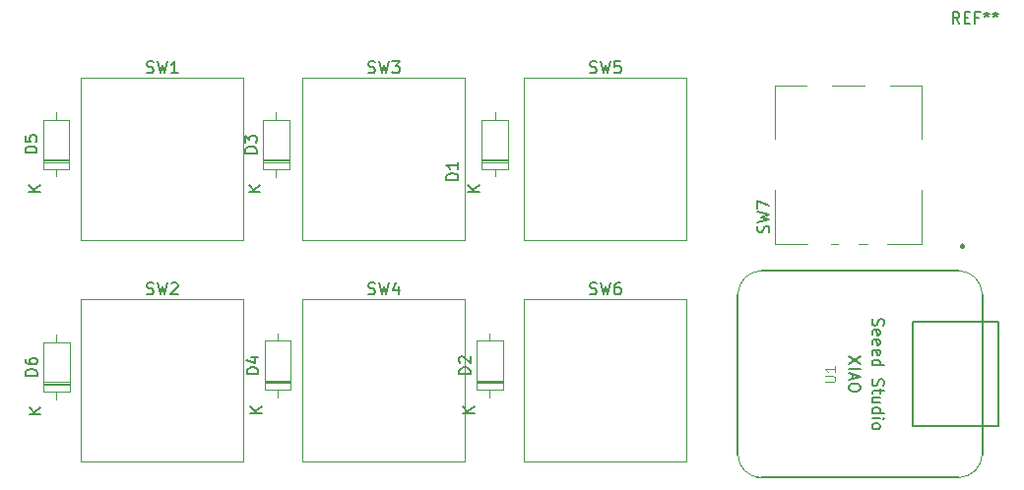
<source format=gbr>
%TF.GenerationSoftware,KiCad,Pcbnew,8.0.5*%
%TF.CreationDate,2024-10-23T20:01:10-04:00*%
%TF.ProjectId,HackPadCase,4861636b-5061-4644-9361-73652e6b6963,rev?*%
%TF.SameCoordinates,Original*%
%TF.FileFunction,Legend,Top*%
%TF.FilePolarity,Positive*%
%FSLAX46Y46*%
G04 Gerber Fmt 4.6, Leading zero omitted, Abs format (unit mm)*
G04 Created by KiCad (PCBNEW 8.0.5) date 2024-10-23 20:01:10*
%MOMM*%
%LPD*%
G01*
G04 APERTURE LIST*
%ADD10C,0.150000*%
%ADD11C,0.101600*%
%ADD12C,0.120000*%
%ADD13C,0.127000*%
%ADD14C,0.254000*%
%ADD15C,0.025400*%
G04 APERTURE END LIST*
D10*
X182822200Y-76968332D02*
X182869819Y-76825475D01*
X182869819Y-76825475D02*
X182869819Y-76587380D01*
X182869819Y-76587380D02*
X182822200Y-76492142D01*
X182822200Y-76492142D02*
X182774580Y-76444523D01*
X182774580Y-76444523D02*
X182679342Y-76396904D01*
X182679342Y-76396904D02*
X182584104Y-76396904D01*
X182584104Y-76396904D02*
X182488866Y-76444523D01*
X182488866Y-76444523D02*
X182441247Y-76492142D01*
X182441247Y-76492142D02*
X182393628Y-76587380D01*
X182393628Y-76587380D02*
X182346009Y-76777856D01*
X182346009Y-76777856D02*
X182298390Y-76873094D01*
X182298390Y-76873094D02*
X182250771Y-76920713D01*
X182250771Y-76920713D02*
X182155533Y-76968332D01*
X182155533Y-76968332D02*
X182060295Y-76968332D01*
X182060295Y-76968332D02*
X181965057Y-76920713D01*
X181965057Y-76920713D02*
X181917438Y-76873094D01*
X181917438Y-76873094D02*
X181869819Y-76777856D01*
X181869819Y-76777856D02*
X181869819Y-76539761D01*
X181869819Y-76539761D02*
X181917438Y-76396904D01*
X181869819Y-76063570D02*
X182869819Y-75825475D01*
X182869819Y-75825475D02*
X182155533Y-75634999D01*
X182155533Y-75634999D02*
X182869819Y-75444523D01*
X182869819Y-75444523D02*
X181869819Y-75206428D01*
X181869819Y-74920713D02*
X181869819Y-74254047D01*
X181869819Y-74254047D02*
X182869819Y-74682618D01*
X129356667Y-63193200D02*
X129499524Y-63240819D01*
X129499524Y-63240819D02*
X129737619Y-63240819D01*
X129737619Y-63240819D02*
X129832857Y-63193200D01*
X129832857Y-63193200D02*
X129880476Y-63145580D01*
X129880476Y-63145580D02*
X129928095Y-63050342D01*
X129928095Y-63050342D02*
X129928095Y-62955104D01*
X129928095Y-62955104D02*
X129880476Y-62859866D01*
X129880476Y-62859866D02*
X129832857Y-62812247D01*
X129832857Y-62812247D02*
X129737619Y-62764628D01*
X129737619Y-62764628D02*
X129547143Y-62717009D01*
X129547143Y-62717009D02*
X129451905Y-62669390D01*
X129451905Y-62669390D02*
X129404286Y-62621771D01*
X129404286Y-62621771D02*
X129356667Y-62526533D01*
X129356667Y-62526533D02*
X129356667Y-62431295D01*
X129356667Y-62431295D02*
X129404286Y-62336057D01*
X129404286Y-62336057D02*
X129451905Y-62288438D01*
X129451905Y-62288438D02*
X129547143Y-62240819D01*
X129547143Y-62240819D02*
X129785238Y-62240819D01*
X129785238Y-62240819D02*
X129928095Y-62288438D01*
X130261429Y-62240819D02*
X130499524Y-63240819D01*
X130499524Y-63240819D02*
X130690000Y-62526533D01*
X130690000Y-62526533D02*
X130880476Y-63240819D01*
X130880476Y-63240819D02*
X131118572Y-62240819D01*
X132023333Y-63240819D02*
X131451905Y-63240819D01*
X131737619Y-63240819D02*
X131737619Y-62240819D01*
X131737619Y-62240819D02*
X131642381Y-62383676D01*
X131642381Y-62383676D02*
X131547143Y-62478914D01*
X131547143Y-62478914D02*
X131451905Y-62526533D01*
X138799819Y-70143094D02*
X137799819Y-70143094D01*
X137799819Y-70143094D02*
X137799819Y-69904999D01*
X137799819Y-69904999D02*
X137847438Y-69762142D01*
X137847438Y-69762142D02*
X137942676Y-69666904D01*
X137942676Y-69666904D02*
X138037914Y-69619285D01*
X138037914Y-69619285D02*
X138228390Y-69571666D01*
X138228390Y-69571666D02*
X138371247Y-69571666D01*
X138371247Y-69571666D02*
X138561723Y-69619285D01*
X138561723Y-69619285D02*
X138656961Y-69666904D01*
X138656961Y-69666904D02*
X138752200Y-69762142D01*
X138752200Y-69762142D02*
X138799819Y-69904999D01*
X138799819Y-69904999D02*
X138799819Y-70143094D01*
X137799819Y-69238332D02*
X137799819Y-68619285D01*
X137799819Y-68619285D02*
X138180771Y-68952618D01*
X138180771Y-68952618D02*
X138180771Y-68809761D01*
X138180771Y-68809761D02*
X138228390Y-68714523D01*
X138228390Y-68714523D02*
X138276009Y-68666904D01*
X138276009Y-68666904D02*
X138371247Y-68619285D01*
X138371247Y-68619285D02*
X138609342Y-68619285D01*
X138609342Y-68619285D02*
X138704580Y-68666904D01*
X138704580Y-68666904D02*
X138752200Y-68714523D01*
X138752200Y-68714523D02*
X138799819Y-68809761D01*
X138799819Y-68809761D02*
X138799819Y-69095475D01*
X138799819Y-69095475D02*
X138752200Y-69190713D01*
X138752200Y-69190713D02*
X138704580Y-69238332D01*
X139119819Y-73476904D02*
X138119819Y-73476904D01*
X139119819Y-72905476D02*
X138548390Y-73334047D01*
X138119819Y-72905476D02*
X138691247Y-73476904D01*
X167456667Y-82243200D02*
X167599524Y-82290819D01*
X167599524Y-82290819D02*
X167837619Y-82290819D01*
X167837619Y-82290819D02*
X167932857Y-82243200D01*
X167932857Y-82243200D02*
X167980476Y-82195580D01*
X167980476Y-82195580D02*
X168028095Y-82100342D01*
X168028095Y-82100342D02*
X168028095Y-82005104D01*
X168028095Y-82005104D02*
X167980476Y-81909866D01*
X167980476Y-81909866D02*
X167932857Y-81862247D01*
X167932857Y-81862247D02*
X167837619Y-81814628D01*
X167837619Y-81814628D02*
X167647143Y-81767009D01*
X167647143Y-81767009D02*
X167551905Y-81719390D01*
X167551905Y-81719390D02*
X167504286Y-81671771D01*
X167504286Y-81671771D02*
X167456667Y-81576533D01*
X167456667Y-81576533D02*
X167456667Y-81481295D01*
X167456667Y-81481295D02*
X167504286Y-81386057D01*
X167504286Y-81386057D02*
X167551905Y-81338438D01*
X167551905Y-81338438D02*
X167647143Y-81290819D01*
X167647143Y-81290819D02*
X167885238Y-81290819D01*
X167885238Y-81290819D02*
X168028095Y-81338438D01*
X168361429Y-81290819D02*
X168599524Y-82290819D01*
X168599524Y-82290819D02*
X168790000Y-81576533D01*
X168790000Y-81576533D02*
X168980476Y-82290819D01*
X168980476Y-82290819D02*
X169218572Y-81290819D01*
X170028095Y-81290819D02*
X169837619Y-81290819D01*
X169837619Y-81290819D02*
X169742381Y-81338438D01*
X169742381Y-81338438D02*
X169694762Y-81386057D01*
X169694762Y-81386057D02*
X169599524Y-81528914D01*
X169599524Y-81528914D02*
X169551905Y-81719390D01*
X169551905Y-81719390D02*
X169551905Y-82100342D01*
X169551905Y-82100342D02*
X169599524Y-82195580D01*
X169599524Y-82195580D02*
X169647143Y-82243200D01*
X169647143Y-82243200D02*
X169742381Y-82290819D01*
X169742381Y-82290819D02*
X169932857Y-82290819D01*
X169932857Y-82290819D02*
X170028095Y-82243200D01*
X170028095Y-82243200D02*
X170075714Y-82195580D01*
X170075714Y-82195580D02*
X170123333Y-82100342D01*
X170123333Y-82100342D02*
X170123333Y-81862247D01*
X170123333Y-81862247D02*
X170075714Y-81767009D01*
X170075714Y-81767009D02*
X170028095Y-81719390D01*
X170028095Y-81719390D02*
X169932857Y-81671771D01*
X169932857Y-81671771D02*
X169742381Y-81671771D01*
X169742381Y-81671771D02*
X169647143Y-81719390D01*
X169647143Y-81719390D02*
X169599524Y-81767009D01*
X169599524Y-81767009D02*
X169551905Y-81862247D01*
X148406667Y-63193200D02*
X148549524Y-63240819D01*
X148549524Y-63240819D02*
X148787619Y-63240819D01*
X148787619Y-63240819D02*
X148882857Y-63193200D01*
X148882857Y-63193200D02*
X148930476Y-63145580D01*
X148930476Y-63145580D02*
X148978095Y-63050342D01*
X148978095Y-63050342D02*
X148978095Y-62955104D01*
X148978095Y-62955104D02*
X148930476Y-62859866D01*
X148930476Y-62859866D02*
X148882857Y-62812247D01*
X148882857Y-62812247D02*
X148787619Y-62764628D01*
X148787619Y-62764628D02*
X148597143Y-62717009D01*
X148597143Y-62717009D02*
X148501905Y-62669390D01*
X148501905Y-62669390D02*
X148454286Y-62621771D01*
X148454286Y-62621771D02*
X148406667Y-62526533D01*
X148406667Y-62526533D02*
X148406667Y-62431295D01*
X148406667Y-62431295D02*
X148454286Y-62336057D01*
X148454286Y-62336057D02*
X148501905Y-62288438D01*
X148501905Y-62288438D02*
X148597143Y-62240819D01*
X148597143Y-62240819D02*
X148835238Y-62240819D01*
X148835238Y-62240819D02*
X148978095Y-62288438D01*
X149311429Y-62240819D02*
X149549524Y-63240819D01*
X149549524Y-63240819D02*
X149740000Y-62526533D01*
X149740000Y-62526533D02*
X149930476Y-63240819D01*
X149930476Y-63240819D02*
X150168572Y-62240819D01*
X150454286Y-62240819D02*
X151073333Y-62240819D01*
X151073333Y-62240819D02*
X150740000Y-62621771D01*
X150740000Y-62621771D02*
X150882857Y-62621771D01*
X150882857Y-62621771D02*
X150978095Y-62669390D01*
X150978095Y-62669390D02*
X151025714Y-62717009D01*
X151025714Y-62717009D02*
X151073333Y-62812247D01*
X151073333Y-62812247D02*
X151073333Y-63050342D01*
X151073333Y-63050342D02*
X151025714Y-63145580D01*
X151025714Y-63145580D02*
X150978095Y-63193200D01*
X150978095Y-63193200D02*
X150882857Y-63240819D01*
X150882857Y-63240819D02*
X150597143Y-63240819D01*
X150597143Y-63240819D02*
X150501905Y-63193200D01*
X150501905Y-63193200D02*
X150454286Y-63145580D01*
X199231666Y-58989819D02*
X198898333Y-58513628D01*
X198660238Y-58989819D02*
X198660238Y-57989819D01*
X198660238Y-57989819D02*
X199041190Y-57989819D01*
X199041190Y-57989819D02*
X199136428Y-58037438D01*
X199136428Y-58037438D02*
X199184047Y-58085057D01*
X199184047Y-58085057D02*
X199231666Y-58180295D01*
X199231666Y-58180295D02*
X199231666Y-58323152D01*
X199231666Y-58323152D02*
X199184047Y-58418390D01*
X199184047Y-58418390D02*
X199136428Y-58466009D01*
X199136428Y-58466009D02*
X199041190Y-58513628D01*
X199041190Y-58513628D02*
X198660238Y-58513628D01*
X199660238Y-58466009D02*
X199993571Y-58466009D01*
X200136428Y-58989819D02*
X199660238Y-58989819D01*
X199660238Y-58989819D02*
X199660238Y-57989819D01*
X199660238Y-57989819D02*
X200136428Y-57989819D01*
X200898333Y-58466009D02*
X200565000Y-58466009D01*
X200565000Y-58989819D02*
X200565000Y-57989819D01*
X200565000Y-57989819D02*
X201041190Y-57989819D01*
X201565000Y-57989819D02*
X201565000Y-58227914D01*
X201326905Y-58132676D02*
X201565000Y-58227914D01*
X201565000Y-58227914D02*
X201803095Y-58132676D01*
X201422143Y-58418390D02*
X201565000Y-58227914D01*
X201565000Y-58227914D02*
X201707857Y-58418390D01*
X202326905Y-57989819D02*
X202326905Y-58227914D01*
X202088810Y-58132676D02*
X202326905Y-58227914D01*
X202326905Y-58227914D02*
X202565000Y-58132676D01*
X202184048Y-58418390D02*
X202326905Y-58227914D01*
X202326905Y-58227914D02*
X202469762Y-58418390D01*
D11*
X187661985Y-89837333D02*
X188381652Y-89837333D01*
X188381652Y-89837333D02*
X188466318Y-89795000D01*
X188466318Y-89795000D02*
X188508652Y-89752666D01*
X188508652Y-89752666D02*
X188550985Y-89668000D01*
X188550985Y-89668000D02*
X188550985Y-89498666D01*
X188550985Y-89498666D02*
X188508652Y-89414000D01*
X188508652Y-89414000D02*
X188466318Y-89371666D01*
X188466318Y-89371666D02*
X188381652Y-89329333D01*
X188381652Y-89329333D02*
X187661985Y-89329333D01*
X188550985Y-88440333D02*
X188550985Y-88948333D01*
X188550985Y-88694333D02*
X187661985Y-88694333D01*
X187661985Y-88694333D02*
X187788985Y-88779000D01*
X187788985Y-88779000D02*
X187873652Y-88863667D01*
X187873652Y-88863667D02*
X187915985Y-88948333D01*
D10*
X190730180Y-87636191D02*
X189730180Y-88302857D01*
X190730180Y-88302857D02*
X189730180Y-87636191D01*
X189730180Y-88683810D02*
X190730180Y-88683810D01*
X190015895Y-89112381D02*
X190015895Y-89588571D01*
X189730180Y-89017143D02*
X190730180Y-89350476D01*
X190730180Y-89350476D02*
X189730180Y-89683809D01*
X190730180Y-90207619D02*
X190730180Y-90398095D01*
X190730180Y-90398095D02*
X190682561Y-90493333D01*
X190682561Y-90493333D02*
X190587323Y-90588571D01*
X190587323Y-90588571D02*
X190396847Y-90636190D01*
X190396847Y-90636190D02*
X190063514Y-90636190D01*
X190063514Y-90636190D02*
X189873038Y-90588571D01*
X189873038Y-90588571D02*
X189777800Y-90493333D01*
X189777800Y-90493333D02*
X189730180Y-90398095D01*
X189730180Y-90398095D02*
X189730180Y-90207619D01*
X189730180Y-90207619D02*
X189777800Y-90112381D01*
X189777800Y-90112381D02*
X189873038Y-90017143D01*
X189873038Y-90017143D02*
X190063514Y-89969524D01*
X190063514Y-89969524D02*
X190396847Y-89969524D01*
X190396847Y-89969524D02*
X190587323Y-90017143D01*
X190587323Y-90017143D02*
X190682561Y-90112381D01*
X190682561Y-90112381D02*
X190730180Y-90207619D01*
X191777800Y-84398095D02*
X191730180Y-84540952D01*
X191730180Y-84540952D02*
X191730180Y-84779047D01*
X191730180Y-84779047D02*
X191777800Y-84874285D01*
X191777800Y-84874285D02*
X191825419Y-84921904D01*
X191825419Y-84921904D02*
X191920657Y-84969523D01*
X191920657Y-84969523D02*
X192015895Y-84969523D01*
X192015895Y-84969523D02*
X192111133Y-84921904D01*
X192111133Y-84921904D02*
X192158752Y-84874285D01*
X192158752Y-84874285D02*
X192206371Y-84779047D01*
X192206371Y-84779047D02*
X192253990Y-84588571D01*
X192253990Y-84588571D02*
X192301609Y-84493333D01*
X192301609Y-84493333D02*
X192349228Y-84445714D01*
X192349228Y-84445714D02*
X192444466Y-84398095D01*
X192444466Y-84398095D02*
X192539704Y-84398095D01*
X192539704Y-84398095D02*
X192634942Y-84445714D01*
X192634942Y-84445714D02*
X192682561Y-84493333D01*
X192682561Y-84493333D02*
X192730180Y-84588571D01*
X192730180Y-84588571D02*
X192730180Y-84826666D01*
X192730180Y-84826666D02*
X192682561Y-84969523D01*
X191777800Y-85779047D02*
X191730180Y-85683809D01*
X191730180Y-85683809D02*
X191730180Y-85493333D01*
X191730180Y-85493333D02*
X191777800Y-85398095D01*
X191777800Y-85398095D02*
X191873038Y-85350476D01*
X191873038Y-85350476D02*
X192253990Y-85350476D01*
X192253990Y-85350476D02*
X192349228Y-85398095D01*
X192349228Y-85398095D02*
X192396847Y-85493333D01*
X192396847Y-85493333D02*
X192396847Y-85683809D01*
X192396847Y-85683809D02*
X192349228Y-85779047D01*
X192349228Y-85779047D02*
X192253990Y-85826666D01*
X192253990Y-85826666D02*
X192158752Y-85826666D01*
X192158752Y-85826666D02*
X192063514Y-85350476D01*
X191777800Y-86636190D02*
X191730180Y-86540952D01*
X191730180Y-86540952D02*
X191730180Y-86350476D01*
X191730180Y-86350476D02*
X191777800Y-86255238D01*
X191777800Y-86255238D02*
X191873038Y-86207619D01*
X191873038Y-86207619D02*
X192253990Y-86207619D01*
X192253990Y-86207619D02*
X192349228Y-86255238D01*
X192349228Y-86255238D02*
X192396847Y-86350476D01*
X192396847Y-86350476D02*
X192396847Y-86540952D01*
X192396847Y-86540952D02*
X192349228Y-86636190D01*
X192349228Y-86636190D02*
X192253990Y-86683809D01*
X192253990Y-86683809D02*
X192158752Y-86683809D01*
X192158752Y-86683809D02*
X192063514Y-86207619D01*
X191777800Y-87493333D02*
X191730180Y-87398095D01*
X191730180Y-87398095D02*
X191730180Y-87207619D01*
X191730180Y-87207619D02*
X191777800Y-87112381D01*
X191777800Y-87112381D02*
X191873038Y-87064762D01*
X191873038Y-87064762D02*
X192253990Y-87064762D01*
X192253990Y-87064762D02*
X192349228Y-87112381D01*
X192349228Y-87112381D02*
X192396847Y-87207619D01*
X192396847Y-87207619D02*
X192396847Y-87398095D01*
X192396847Y-87398095D02*
X192349228Y-87493333D01*
X192349228Y-87493333D02*
X192253990Y-87540952D01*
X192253990Y-87540952D02*
X192158752Y-87540952D01*
X192158752Y-87540952D02*
X192063514Y-87064762D01*
X191730180Y-88398095D02*
X192730180Y-88398095D01*
X191777800Y-88398095D02*
X191730180Y-88302857D01*
X191730180Y-88302857D02*
X191730180Y-88112381D01*
X191730180Y-88112381D02*
X191777800Y-88017143D01*
X191777800Y-88017143D02*
X191825419Y-87969524D01*
X191825419Y-87969524D02*
X191920657Y-87921905D01*
X191920657Y-87921905D02*
X192206371Y-87921905D01*
X192206371Y-87921905D02*
X192301609Y-87969524D01*
X192301609Y-87969524D02*
X192349228Y-88017143D01*
X192349228Y-88017143D02*
X192396847Y-88112381D01*
X192396847Y-88112381D02*
X192396847Y-88302857D01*
X192396847Y-88302857D02*
X192349228Y-88398095D01*
X191777800Y-89588572D02*
X191730180Y-89731429D01*
X191730180Y-89731429D02*
X191730180Y-89969524D01*
X191730180Y-89969524D02*
X191777800Y-90064762D01*
X191777800Y-90064762D02*
X191825419Y-90112381D01*
X191825419Y-90112381D02*
X191920657Y-90160000D01*
X191920657Y-90160000D02*
X192015895Y-90160000D01*
X192015895Y-90160000D02*
X192111133Y-90112381D01*
X192111133Y-90112381D02*
X192158752Y-90064762D01*
X192158752Y-90064762D02*
X192206371Y-89969524D01*
X192206371Y-89969524D02*
X192253990Y-89779048D01*
X192253990Y-89779048D02*
X192301609Y-89683810D01*
X192301609Y-89683810D02*
X192349228Y-89636191D01*
X192349228Y-89636191D02*
X192444466Y-89588572D01*
X192444466Y-89588572D02*
X192539704Y-89588572D01*
X192539704Y-89588572D02*
X192634942Y-89636191D01*
X192634942Y-89636191D02*
X192682561Y-89683810D01*
X192682561Y-89683810D02*
X192730180Y-89779048D01*
X192730180Y-89779048D02*
X192730180Y-90017143D01*
X192730180Y-90017143D02*
X192682561Y-90160000D01*
X192396847Y-90445715D02*
X192396847Y-90826667D01*
X192730180Y-90588572D02*
X191873038Y-90588572D01*
X191873038Y-90588572D02*
X191777800Y-90636191D01*
X191777800Y-90636191D02*
X191730180Y-90731429D01*
X191730180Y-90731429D02*
X191730180Y-90826667D01*
X192396847Y-91588572D02*
X191730180Y-91588572D01*
X192396847Y-91160001D02*
X191873038Y-91160001D01*
X191873038Y-91160001D02*
X191777800Y-91207620D01*
X191777800Y-91207620D02*
X191730180Y-91302858D01*
X191730180Y-91302858D02*
X191730180Y-91445715D01*
X191730180Y-91445715D02*
X191777800Y-91540953D01*
X191777800Y-91540953D02*
X191825419Y-91588572D01*
X191730180Y-92493334D02*
X192730180Y-92493334D01*
X191777800Y-92493334D02*
X191730180Y-92398096D01*
X191730180Y-92398096D02*
X191730180Y-92207620D01*
X191730180Y-92207620D02*
X191777800Y-92112382D01*
X191777800Y-92112382D02*
X191825419Y-92064763D01*
X191825419Y-92064763D02*
X191920657Y-92017144D01*
X191920657Y-92017144D02*
X192206371Y-92017144D01*
X192206371Y-92017144D02*
X192301609Y-92064763D01*
X192301609Y-92064763D02*
X192349228Y-92112382D01*
X192349228Y-92112382D02*
X192396847Y-92207620D01*
X192396847Y-92207620D02*
X192396847Y-92398096D01*
X192396847Y-92398096D02*
X192349228Y-92493334D01*
X191730180Y-92969525D02*
X192396847Y-92969525D01*
X192730180Y-92969525D02*
X192682561Y-92921906D01*
X192682561Y-92921906D02*
X192634942Y-92969525D01*
X192634942Y-92969525D02*
X192682561Y-93017144D01*
X192682561Y-93017144D02*
X192730180Y-92969525D01*
X192730180Y-92969525D02*
X192634942Y-92969525D01*
X191730180Y-93588572D02*
X191777800Y-93493334D01*
X191777800Y-93493334D02*
X191825419Y-93445715D01*
X191825419Y-93445715D02*
X191920657Y-93398096D01*
X191920657Y-93398096D02*
X192206371Y-93398096D01*
X192206371Y-93398096D02*
X192301609Y-93445715D01*
X192301609Y-93445715D02*
X192349228Y-93493334D01*
X192349228Y-93493334D02*
X192396847Y-93588572D01*
X192396847Y-93588572D02*
X192396847Y-93731429D01*
X192396847Y-93731429D02*
X192349228Y-93826667D01*
X192349228Y-93826667D02*
X192301609Y-93874286D01*
X192301609Y-93874286D02*
X192206371Y-93921905D01*
X192206371Y-93921905D02*
X191920657Y-93921905D01*
X191920657Y-93921905D02*
X191825419Y-93874286D01*
X191825419Y-93874286D02*
X191777800Y-93826667D01*
X191777800Y-93826667D02*
X191730180Y-93731429D01*
X191730180Y-93731429D02*
X191730180Y-93588572D01*
X129356667Y-82243200D02*
X129499524Y-82290819D01*
X129499524Y-82290819D02*
X129737619Y-82290819D01*
X129737619Y-82290819D02*
X129832857Y-82243200D01*
X129832857Y-82243200D02*
X129880476Y-82195580D01*
X129880476Y-82195580D02*
X129928095Y-82100342D01*
X129928095Y-82100342D02*
X129928095Y-82005104D01*
X129928095Y-82005104D02*
X129880476Y-81909866D01*
X129880476Y-81909866D02*
X129832857Y-81862247D01*
X129832857Y-81862247D02*
X129737619Y-81814628D01*
X129737619Y-81814628D02*
X129547143Y-81767009D01*
X129547143Y-81767009D02*
X129451905Y-81719390D01*
X129451905Y-81719390D02*
X129404286Y-81671771D01*
X129404286Y-81671771D02*
X129356667Y-81576533D01*
X129356667Y-81576533D02*
X129356667Y-81481295D01*
X129356667Y-81481295D02*
X129404286Y-81386057D01*
X129404286Y-81386057D02*
X129451905Y-81338438D01*
X129451905Y-81338438D02*
X129547143Y-81290819D01*
X129547143Y-81290819D02*
X129785238Y-81290819D01*
X129785238Y-81290819D02*
X129928095Y-81338438D01*
X130261429Y-81290819D02*
X130499524Y-82290819D01*
X130499524Y-82290819D02*
X130690000Y-81576533D01*
X130690000Y-81576533D02*
X130880476Y-82290819D01*
X130880476Y-82290819D02*
X131118572Y-81290819D01*
X131451905Y-81386057D02*
X131499524Y-81338438D01*
X131499524Y-81338438D02*
X131594762Y-81290819D01*
X131594762Y-81290819D02*
X131832857Y-81290819D01*
X131832857Y-81290819D02*
X131928095Y-81338438D01*
X131928095Y-81338438D02*
X131975714Y-81386057D01*
X131975714Y-81386057D02*
X132023333Y-81481295D01*
X132023333Y-81481295D02*
X132023333Y-81576533D01*
X132023333Y-81576533D02*
X131975714Y-81719390D01*
X131975714Y-81719390D02*
X131404286Y-82290819D01*
X131404286Y-82290819D02*
X132023333Y-82290819D01*
X157179819Y-89153094D02*
X156179819Y-89153094D01*
X156179819Y-89153094D02*
X156179819Y-88914999D01*
X156179819Y-88914999D02*
X156227438Y-88772142D01*
X156227438Y-88772142D02*
X156322676Y-88676904D01*
X156322676Y-88676904D02*
X156417914Y-88629285D01*
X156417914Y-88629285D02*
X156608390Y-88581666D01*
X156608390Y-88581666D02*
X156751247Y-88581666D01*
X156751247Y-88581666D02*
X156941723Y-88629285D01*
X156941723Y-88629285D02*
X157036961Y-88676904D01*
X157036961Y-88676904D02*
X157132200Y-88772142D01*
X157132200Y-88772142D02*
X157179819Y-88914999D01*
X157179819Y-88914999D02*
X157179819Y-89153094D01*
X156275057Y-88200713D02*
X156227438Y-88153094D01*
X156227438Y-88153094D02*
X156179819Y-88057856D01*
X156179819Y-88057856D02*
X156179819Y-87819761D01*
X156179819Y-87819761D02*
X156227438Y-87724523D01*
X156227438Y-87724523D02*
X156275057Y-87676904D01*
X156275057Y-87676904D02*
X156370295Y-87629285D01*
X156370295Y-87629285D02*
X156465533Y-87629285D01*
X156465533Y-87629285D02*
X156608390Y-87676904D01*
X156608390Y-87676904D02*
X157179819Y-88248332D01*
X157179819Y-88248332D02*
X157179819Y-87629285D01*
X157499819Y-92486904D02*
X156499819Y-92486904D01*
X157499819Y-91915476D02*
X156928390Y-92344047D01*
X156499819Y-91915476D02*
X157071247Y-92486904D01*
X167456667Y-63193200D02*
X167599524Y-63240819D01*
X167599524Y-63240819D02*
X167837619Y-63240819D01*
X167837619Y-63240819D02*
X167932857Y-63193200D01*
X167932857Y-63193200D02*
X167980476Y-63145580D01*
X167980476Y-63145580D02*
X168028095Y-63050342D01*
X168028095Y-63050342D02*
X168028095Y-62955104D01*
X168028095Y-62955104D02*
X167980476Y-62859866D01*
X167980476Y-62859866D02*
X167932857Y-62812247D01*
X167932857Y-62812247D02*
X167837619Y-62764628D01*
X167837619Y-62764628D02*
X167647143Y-62717009D01*
X167647143Y-62717009D02*
X167551905Y-62669390D01*
X167551905Y-62669390D02*
X167504286Y-62621771D01*
X167504286Y-62621771D02*
X167456667Y-62526533D01*
X167456667Y-62526533D02*
X167456667Y-62431295D01*
X167456667Y-62431295D02*
X167504286Y-62336057D01*
X167504286Y-62336057D02*
X167551905Y-62288438D01*
X167551905Y-62288438D02*
X167647143Y-62240819D01*
X167647143Y-62240819D02*
X167885238Y-62240819D01*
X167885238Y-62240819D02*
X168028095Y-62288438D01*
X168361429Y-62240819D02*
X168599524Y-63240819D01*
X168599524Y-63240819D02*
X168790000Y-62526533D01*
X168790000Y-62526533D02*
X168980476Y-63240819D01*
X168980476Y-63240819D02*
X169218572Y-62240819D01*
X170075714Y-62240819D02*
X169599524Y-62240819D01*
X169599524Y-62240819D02*
X169551905Y-62717009D01*
X169551905Y-62717009D02*
X169599524Y-62669390D01*
X169599524Y-62669390D02*
X169694762Y-62621771D01*
X169694762Y-62621771D02*
X169932857Y-62621771D01*
X169932857Y-62621771D02*
X170028095Y-62669390D01*
X170028095Y-62669390D02*
X170075714Y-62717009D01*
X170075714Y-62717009D02*
X170123333Y-62812247D01*
X170123333Y-62812247D02*
X170123333Y-63050342D01*
X170123333Y-63050342D02*
X170075714Y-63145580D01*
X170075714Y-63145580D02*
X170028095Y-63193200D01*
X170028095Y-63193200D02*
X169932857Y-63240819D01*
X169932857Y-63240819D02*
X169694762Y-63240819D01*
X169694762Y-63240819D02*
X169599524Y-63193200D01*
X169599524Y-63193200D02*
X169551905Y-63145580D01*
X119919819Y-89283094D02*
X118919819Y-89283094D01*
X118919819Y-89283094D02*
X118919819Y-89044999D01*
X118919819Y-89044999D02*
X118967438Y-88902142D01*
X118967438Y-88902142D02*
X119062676Y-88806904D01*
X119062676Y-88806904D02*
X119157914Y-88759285D01*
X119157914Y-88759285D02*
X119348390Y-88711666D01*
X119348390Y-88711666D02*
X119491247Y-88711666D01*
X119491247Y-88711666D02*
X119681723Y-88759285D01*
X119681723Y-88759285D02*
X119776961Y-88806904D01*
X119776961Y-88806904D02*
X119872200Y-88902142D01*
X119872200Y-88902142D02*
X119919819Y-89044999D01*
X119919819Y-89044999D02*
X119919819Y-89283094D01*
X118919819Y-87854523D02*
X118919819Y-88044999D01*
X118919819Y-88044999D02*
X118967438Y-88140237D01*
X118967438Y-88140237D02*
X119015057Y-88187856D01*
X119015057Y-88187856D02*
X119157914Y-88283094D01*
X119157914Y-88283094D02*
X119348390Y-88330713D01*
X119348390Y-88330713D02*
X119729342Y-88330713D01*
X119729342Y-88330713D02*
X119824580Y-88283094D01*
X119824580Y-88283094D02*
X119872200Y-88235475D01*
X119872200Y-88235475D02*
X119919819Y-88140237D01*
X119919819Y-88140237D02*
X119919819Y-87949761D01*
X119919819Y-87949761D02*
X119872200Y-87854523D01*
X119872200Y-87854523D02*
X119824580Y-87806904D01*
X119824580Y-87806904D02*
X119729342Y-87759285D01*
X119729342Y-87759285D02*
X119491247Y-87759285D01*
X119491247Y-87759285D02*
X119396009Y-87806904D01*
X119396009Y-87806904D02*
X119348390Y-87854523D01*
X119348390Y-87854523D02*
X119300771Y-87949761D01*
X119300771Y-87949761D02*
X119300771Y-88140237D01*
X119300771Y-88140237D02*
X119348390Y-88235475D01*
X119348390Y-88235475D02*
X119396009Y-88283094D01*
X119396009Y-88283094D02*
X119491247Y-88330713D01*
X120239819Y-92616904D02*
X119239819Y-92616904D01*
X120239819Y-92045476D02*
X119668390Y-92474047D01*
X119239819Y-92045476D02*
X119811247Y-92616904D01*
X156119819Y-72438094D02*
X155119819Y-72438094D01*
X155119819Y-72438094D02*
X155119819Y-72199999D01*
X155119819Y-72199999D02*
X155167438Y-72057142D01*
X155167438Y-72057142D02*
X155262676Y-71961904D01*
X155262676Y-71961904D02*
X155357914Y-71914285D01*
X155357914Y-71914285D02*
X155548390Y-71866666D01*
X155548390Y-71866666D02*
X155691247Y-71866666D01*
X155691247Y-71866666D02*
X155881723Y-71914285D01*
X155881723Y-71914285D02*
X155976961Y-71961904D01*
X155976961Y-71961904D02*
X156072200Y-72057142D01*
X156072200Y-72057142D02*
X156119819Y-72199999D01*
X156119819Y-72199999D02*
X156119819Y-72438094D01*
X156119819Y-70914285D02*
X156119819Y-71485713D01*
X156119819Y-71199999D02*
X155119819Y-71199999D01*
X155119819Y-71199999D02*
X155262676Y-71295237D01*
X155262676Y-71295237D02*
X155357914Y-71390475D01*
X155357914Y-71390475D02*
X155405533Y-71485713D01*
X157929819Y-73446904D02*
X156929819Y-73446904D01*
X157929819Y-72875476D02*
X157358390Y-73304047D01*
X156929819Y-72875476D02*
X157501247Y-73446904D01*
X148406667Y-82243200D02*
X148549524Y-82290819D01*
X148549524Y-82290819D02*
X148787619Y-82290819D01*
X148787619Y-82290819D02*
X148882857Y-82243200D01*
X148882857Y-82243200D02*
X148930476Y-82195580D01*
X148930476Y-82195580D02*
X148978095Y-82100342D01*
X148978095Y-82100342D02*
X148978095Y-82005104D01*
X148978095Y-82005104D02*
X148930476Y-81909866D01*
X148930476Y-81909866D02*
X148882857Y-81862247D01*
X148882857Y-81862247D02*
X148787619Y-81814628D01*
X148787619Y-81814628D02*
X148597143Y-81767009D01*
X148597143Y-81767009D02*
X148501905Y-81719390D01*
X148501905Y-81719390D02*
X148454286Y-81671771D01*
X148454286Y-81671771D02*
X148406667Y-81576533D01*
X148406667Y-81576533D02*
X148406667Y-81481295D01*
X148406667Y-81481295D02*
X148454286Y-81386057D01*
X148454286Y-81386057D02*
X148501905Y-81338438D01*
X148501905Y-81338438D02*
X148597143Y-81290819D01*
X148597143Y-81290819D02*
X148835238Y-81290819D01*
X148835238Y-81290819D02*
X148978095Y-81338438D01*
X149311429Y-81290819D02*
X149549524Y-82290819D01*
X149549524Y-82290819D02*
X149740000Y-81576533D01*
X149740000Y-81576533D02*
X149930476Y-82290819D01*
X149930476Y-82290819D02*
X150168572Y-81290819D01*
X150978095Y-81624152D02*
X150978095Y-82290819D01*
X150740000Y-81243200D02*
X150501905Y-81957485D01*
X150501905Y-81957485D02*
X151120952Y-81957485D01*
X138949819Y-89153094D02*
X137949819Y-89153094D01*
X137949819Y-89153094D02*
X137949819Y-88914999D01*
X137949819Y-88914999D02*
X137997438Y-88772142D01*
X137997438Y-88772142D02*
X138092676Y-88676904D01*
X138092676Y-88676904D02*
X138187914Y-88629285D01*
X138187914Y-88629285D02*
X138378390Y-88581666D01*
X138378390Y-88581666D02*
X138521247Y-88581666D01*
X138521247Y-88581666D02*
X138711723Y-88629285D01*
X138711723Y-88629285D02*
X138806961Y-88676904D01*
X138806961Y-88676904D02*
X138902200Y-88772142D01*
X138902200Y-88772142D02*
X138949819Y-88914999D01*
X138949819Y-88914999D02*
X138949819Y-89153094D01*
X138283152Y-87724523D02*
X138949819Y-87724523D01*
X137902200Y-87962618D02*
X138616485Y-88200713D01*
X138616485Y-88200713D02*
X138616485Y-87581666D01*
X139269819Y-92486904D02*
X138269819Y-92486904D01*
X139269819Y-91915476D02*
X138698390Y-92344047D01*
X138269819Y-91915476D02*
X138841247Y-92486904D01*
X119899819Y-70123094D02*
X118899819Y-70123094D01*
X118899819Y-70123094D02*
X118899819Y-69884999D01*
X118899819Y-69884999D02*
X118947438Y-69742142D01*
X118947438Y-69742142D02*
X119042676Y-69646904D01*
X119042676Y-69646904D02*
X119137914Y-69599285D01*
X119137914Y-69599285D02*
X119328390Y-69551666D01*
X119328390Y-69551666D02*
X119471247Y-69551666D01*
X119471247Y-69551666D02*
X119661723Y-69599285D01*
X119661723Y-69599285D02*
X119756961Y-69646904D01*
X119756961Y-69646904D02*
X119852200Y-69742142D01*
X119852200Y-69742142D02*
X119899819Y-69884999D01*
X119899819Y-69884999D02*
X119899819Y-70123094D01*
X118899819Y-68646904D02*
X118899819Y-69123094D01*
X118899819Y-69123094D02*
X119376009Y-69170713D01*
X119376009Y-69170713D02*
X119328390Y-69123094D01*
X119328390Y-69123094D02*
X119280771Y-69027856D01*
X119280771Y-69027856D02*
X119280771Y-68789761D01*
X119280771Y-68789761D02*
X119328390Y-68694523D01*
X119328390Y-68694523D02*
X119376009Y-68646904D01*
X119376009Y-68646904D02*
X119471247Y-68599285D01*
X119471247Y-68599285D02*
X119709342Y-68599285D01*
X119709342Y-68599285D02*
X119804580Y-68646904D01*
X119804580Y-68646904D02*
X119852200Y-68694523D01*
X119852200Y-68694523D02*
X119899819Y-68789761D01*
X119899819Y-68789761D02*
X119899819Y-69027856D01*
X119899819Y-69027856D02*
X119852200Y-69123094D01*
X119852200Y-69123094D02*
X119804580Y-69170713D01*
X120219819Y-73456904D02*
X119219819Y-73456904D01*
X120219819Y-72885476D02*
X119648390Y-73314047D01*
X119219819Y-72885476D02*
X119791247Y-73456904D01*
D12*
%TO.C,SW7*%
X183355000Y-77945000D02*
X183355000Y-73335000D01*
X186115000Y-77945000D02*
X183355000Y-77945000D01*
X188215000Y-77945000D02*
X188815000Y-77945000D01*
X190515000Y-77945000D02*
X191315000Y-77945000D01*
X193015000Y-77945000D02*
X195975000Y-77945000D01*
X195975000Y-73335000D02*
X195975000Y-77945000D01*
X183365000Y-68935000D02*
X183365000Y-64325000D01*
X183365000Y-64325000D02*
X186065000Y-64325000D01*
X188265000Y-64325000D02*
X191065000Y-64325000D01*
X193265000Y-64325000D02*
X195975000Y-64325000D01*
X195975000Y-64325000D02*
X195975000Y-68935000D01*
%TO.C,SW1*%
X137675000Y-77645000D02*
X123705000Y-77645000D01*
X137675000Y-63675000D02*
X137675000Y-77645000D01*
X123705000Y-77645000D02*
X123705000Y-63675000D01*
X123705000Y-63675000D02*
X137675000Y-63675000D01*
%TO.C,D3*%
X139345000Y-67285000D02*
X139345000Y-71525000D01*
X139345000Y-70685000D02*
X141585000Y-70685000D01*
X139345000Y-70805000D02*
X141585000Y-70805000D01*
X139345000Y-70925000D02*
X141585000Y-70925000D01*
X139345000Y-71525000D02*
X141585000Y-71525000D01*
X140465000Y-66635000D02*
X140465000Y-67285000D01*
X140465000Y-72175000D02*
X140465000Y-71525000D01*
X141585000Y-67285000D02*
X139345000Y-67285000D01*
X141585000Y-71525000D02*
X141585000Y-67285000D01*
%TO.C,SW6*%
X175775000Y-96695000D02*
X161805000Y-96695000D01*
X175775000Y-82725000D02*
X175775000Y-96695000D01*
X161805000Y-96695000D02*
X161805000Y-82725000D01*
X161805000Y-82725000D02*
X175775000Y-82725000D01*
%TO.C,SW3*%
X156725000Y-77645000D02*
X142755000Y-77645000D01*
X156725000Y-63675000D02*
X156725000Y-77645000D01*
X142755000Y-77645000D02*
X142755000Y-63675000D01*
X142755000Y-63675000D02*
X156725000Y-63675000D01*
D13*
%TO.C,U1*%
X180185000Y-82260000D02*
X180185000Y-96060000D01*
X182185000Y-98060000D02*
X199185000Y-98060000D01*
X195255730Y-84660000D02*
X202609030Y-84660000D01*
X195255730Y-93660000D02*
X195255730Y-84660000D01*
X199185000Y-80260000D02*
X182185000Y-80260000D01*
X201184090Y-96060000D02*
X201184090Y-82260000D01*
X202609030Y-84660000D02*
X202609030Y-93660000D01*
X202609030Y-93660000D02*
X195255730Y-93660000D01*
D12*
X180185000Y-82260000D02*
G75*
G02*
X182185000Y-80260000I2044857J-44857D01*
G01*
X182185000Y-98060000D02*
G75*
G02*
X180185000Y-96060000I0J2000000D01*
G01*
X199185000Y-80260000D02*
G75*
G02*
X201185000Y-82260000I-44612J-2044612D01*
G01*
X201185000Y-96060000D02*
G75*
G02*
X199185000Y-98060000I-2044600J44600D01*
G01*
D14*
X199612000Y-78160000D02*
G75*
G02*
X199358000Y-78160000I-127000J0D01*
G01*
X199358000Y-78160000D02*
G75*
G02*
X199612000Y-78160000I127000J0D01*
G01*
D15*
X199295473Y-80275333D02*
X199344494Y-80279397D01*
X199246705Y-80272285D01*
X199295473Y-80275333D01*
X182163426Y-98049492D02*
X182114150Y-98047713D01*
X182065382Y-98044665D01*
X182016361Y-98040601D01*
X181967593Y-98035268D01*
X181918825Y-98028664D01*
X181870310Y-98021044D01*
X181822050Y-98012153D01*
X181774045Y-98002248D01*
X182163426Y-98049492D01*
D12*
%TO.C,SW2*%
X137675000Y-96695000D02*
X123705000Y-96695000D01*
X137675000Y-82725000D02*
X137675000Y-96695000D01*
X123705000Y-96695000D02*
X123705000Y-82725000D01*
X123705000Y-82725000D02*
X137675000Y-82725000D01*
%TO.C,D2*%
X157725000Y-86295000D02*
X157725000Y-90535000D01*
X157725000Y-89695000D02*
X159965000Y-89695000D01*
X157725000Y-89815000D02*
X159965000Y-89815000D01*
X157725000Y-89935000D02*
X159965000Y-89935000D01*
X157725000Y-90535000D02*
X159965000Y-90535000D01*
X158845000Y-85645000D02*
X158845000Y-86295000D01*
X158845000Y-91185000D02*
X158845000Y-90535000D01*
X159965000Y-86295000D02*
X157725000Y-86295000D01*
X159965000Y-90535000D02*
X159965000Y-86295000D01*
%TO.C,SW5*%
X175775000Y-77645000D02*
X161805000Y-77645000D01*
X175775000Y-63675000D02*
X175775000Y-77645000D01*
X161805000Y-77645000D02*
X161805000Y-63675000D01*
X161805000Y-63675000D02*
X175775000Y-63675000D01*
%TO.C,D6*%
X120465000Y-86425000D02*
X120465000Y-90665000D01*
X120465000Y-89825000D02*
X122705000Y-89825000D01*
X120465000Y-89945000D02*
X122705000Y-89945000D01*
X120465000Y-90065000D02*
X122705000Y-90065000D01*
X120465000Y-90665000D02*
X122705000Y-90665000D01*
X121585000Y-85775000D02*
X121585000Y-86425000D01*
X121585000Y-91315000D02*
X121585000Y-90665000D01*
X122705000Y-86425000D02*
X120465000Y-86425000D01*
X122705000Y-90665000D02*
X122705000Y-86425000D01*
%TO.C,D1*%
X158155000Y-67255000D02*
X158155000Y-71495000D01*
X158155000Y-70655000D02*
X160395000Y-70655000D01*
X158155000Y-70775000D02*
X160395000Y-70775000D01*
X158155000Y-70895000D02*
X160395000Y-70895000D01*
X158155000Y-71495000D02*
X160395000Y-71495000D01*
X159275000Y-66605000D02*
X159275000Y-67255000D01*
X159275000Y-72145000D02*
X159275000Y-71495000D01*
X160395000Y-67255000D02*
X158155000Y-67255000D01*
X160395000Y-71495000D02*
X160395000Y-67255000D01*
%TO.C,SW4*%
X156725000Y-96695000D02*
X142755000Y-96695000D01*
X156725000Y-82725000D02*
X156725000Y-96695000D01*
X142755000Y-96695000D02*
X142755000Y-82725000D01*
X142755000Y-82725000D02*
X156725000Y-82725000D01*
%TO.C,D4*%
X139495000Y-86295000D02*
X139495000Y-90535000D01*
X139495000Y-89695000D02*
X141735000Y-89695000D01*
X139495000Y-89815000D02*
X141735000Y-89815000D01*
X139495000Y-89935000D02*
X141735000Y-89935000D01*
X139495000Y-90535000D02*
X141735000Y-90535000D01*
X140615000Y-85645000D02*
X140615000Y-86295000D01*
X140615000Y-91185000D02*
X140615000Y-90535000D01*
X141735000Y-86295000D02*
X139495000Y-86295000D01*
X141735000Y-90535000D02*
X141735000Y-86295000D01*
%TO.C,D5*%
X120445000Y-67265000D02*
X120445000Y-71505000D01*
X120445000Y-70665000D02*
X122685000Y-70665000D01*
X120445000Y-70785000D02*
X122685000Y-70785000D01*
X120445000Y-70905000D02*
X122685000Y-70905000D01*
X120445000Y-71505000D02*
X122685000Y-71505000D01*
X121565000Y-66615000D02*
X121565000Y-67265000D01*
X121565000Y-72155000D02*
X121565000Y-71505000D01*
X122685000Y-67265000D02*
X120445000Y-67265000D01*
X122685000Y-71505000D02*
X122685000Y-67265000D01*
%TD*%
M02*

</source>
